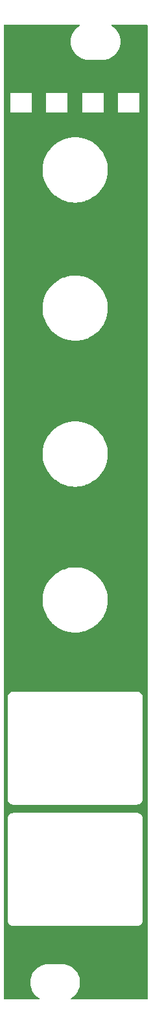
<source format=gbr>
%TF.GenerationSoftware,KiCad,Pcbnew,(6.0.11)*%
%TF.CreationDate,2023-03-11T14:34:30+00:00*%
%TF.ProjectId,QuadEnv_Panel,51756164-456e-4765-9f50-616e656c2e6b,rev?*%
%TF.SameCoordinates,Original*%
%TF.FileFunction,Copper,L1,Top*%
%TF.FilePolarity,Positive*%
%FSLAX46Y46*%
G04 Gerber Fmt 4.6, Leading zero omitted, Abs format (unit mm)*
G04 Created by KiCad (PCBNEW (6.0.11)) date 2023-03-11 14:34:30*
%MOMM*%
%LPD*%
G01*
G04 APERTURE LIST*
G04 APERTURE END LIST*
%TA.AperFunction,NonConductor*%
G36*
X59968582Y-35070502D02*
G01*
X60015075Y-35124158D01*
X60025179Y-35194432D01*
X59995685Y-35259012D01*
X59970463Y-35281265D01*
X59749467Y-35428929D01*
X59749462Y-35428933D01*
X59746036Y-35431222D01*
X59742942Y-35433936D01*
X59742936Y-35433940D01*
X59517469Y-35631671D01*
X59514380Y-35634380D01*
X59511671Y-35637469D01*
X59313940Y-35862936D01*
X59313936Y-35862942D01*
X59311222Y-35866036D01*
X59140040Y-36122228D01*
X59003762Y-36398573D01*
X58904720Y-36690341D01*
X58844609Y-36992540D01*
X58824457Y-37300000D01*
X58844609Y-37607460D01*
X58904720Y-37909659D01*
X59003762Y-38201427D01*
X59140040Y-38477771D01*
X59311222Y-38733964D01*
X59313936Y-38737058D01*
X59313940Y-38737064D01*
X59511671Y-38962531D01*
X59514380Y-38965620D01*
X59517469Y-38968329D01*
X59742936Y-39166060D01*
X59742942Y-39166064D01*
X59746036Y-39168778D01*
X60002229Y-39339960D01*
X60005928Y-39341784D01*
X60005933Y-39341787D01*
X60147962Y-39411828D01*
X60278573Y-39476238D01*
X60282478Y-39477564D01*
X60282479Y-39477564D01*
X60566434Y-39573954D01*
X60566437Y-39573955D01*
X60570341Y-39575280D01*
X60574380Y-39576083D01*
X60574386Y-39576085D01*
X60868497Y-39634587D01*
X60868500Y-39634587D01*
X60872540Y-39635391D01*
X60876651Y-39635660D01*
X60876655Y-39635661D01*
X61101010Y-39650366D01*
X61101019Y-39650366D01*
X61103059Y-39650500D01*
X63056941Y-39650500D01*
X63058981Y-39650366D01*
X63058990Y-39650366D01*
X63283345Y-39635661D01*
X63283349Y-39635660D01*
X63287460Y-39635391D01*
X63291500Y-39634587D01*
X63291503Y-39634587D01*
X63585614Y-39576085D01*
X63585620Y-39576083D01*
X63589659Y-39575280D01*
X63593563Y-39573955D01*
X63593566Y-39573954D01*
X63877521Y-39477564D01*
X63877522Y-39477564D01*
X63881427Y-39476238D01*
X64012038Y-39411828D01*
X64154067Y-39341787D01*
X64154072Y-39341784D01*
X64157771Y-39339960D01*
X64413964Y-39168778D01*
X64417058Y-39166064D01*
X64417064Y-39166060D01*
X64642531Y-38968329D01*
X64645620Y-38965620D01*
X64648329Y-38962531D01*
X64846060Y-38737064D01*
X64846064Y-38737058D01*
X64848778Y-38733964D01*
X65019960Y-38477772D01*
X65156238Y-38201427D01*
X65255280Y-37909659D01*
X65315391Y-37607460D01*
X65335543Y-37300000D01*
X65315391Y-36992540D01*
X65255280Y-36690341D01*
X65156238Y-36398573D01*
X65019960Y-36122229D01*
X64848778Y-35866036D01*
X64846064Y-35862942D01*
X64846060Y-35862936D01*
X64648329Y-35637469D01*
X64645620Y-35634380D01*
X64642531Y-35631671D01*
X64417064Y-35433940D01*
X64417058Y-35433936D01*
X64413964Y-35431222D01*
X64410538Y-35428933D01*
X64410533Y-35428929D01*
X64189537Y-35281265D01*
X64144009Y-35226788D01*
X64135161Y-35156345D01*
X64165802Y-35092301D01*
X64226204Y-35054990D01*
X64259539Y-35050500D01*
X68723500Y-35050500D01*
X68791621Y-35070502D01*
X68838114Y-35124158D01*
X68849500Y-35176500D01*
X68849500Y-161923500D01*
X68829498Y-161991621D01*
X68775842Y-162038114D01*
X68723500Y-162049500D01*
X58959539Y-162049500D01*
X58891418Y-162029498D01*
X58844925Y-161975842D01*
X58834821Y-161905568D01*
X58864315Y-161840988D01*
X58889537Y-161818735D01*
X59110533Y-161671071D01*
X59110538Y-161671067D01*
X59113964Y-161668778D01*
X59117058Y-161666064D01*
X59117064Y-161666060D01*
X59342531Y-161468329D01*
X59345620Y-161465620D01*
X59348329Y-161462531D01*
X59546060Y-161237064D01*
X59546064Y-161237058D01*
X59548778Y-161233964D01*
X59719960Y-160977772D01*
X59856238Y-160701427D01*
X59955280Y-160409659D01*
X60015391Y-160107460D01*
X60035543Y-159800000D01*
X60015391Y-159492540D01*
X59955280Y-159190341D01*
X59856238Y-158898573D01*
X59719960Y-158622229D01*
X59548778Y-158366036D01*
X59546064Y-158362942D01*
X59546060Y-158362936D01*
X59348329Y-158137469D01*
X59345620Y-158134380D01*
X59342531Y-158131671D01*
X59117064Y-157933940D01*
X59117058Y-157933936D01*
X59113964Y-157931222D01*
X58857771Y-157760040D01*
X58854072Y-157758216D01*
X58854067Y-157758213D01*
X58712038Y-157688172D01*
X58581427Y-157623762D01*
X58577521Y-157622436D01*
X58293566Y-157526046D01*
X58293563Y-157526045D01*
X58289659Y-157524720D01*
X58285620Y-157523917D01*
X58285614Y-157523915D01*
X57991503Y-157465413D01*
X57991500Y-157465413D01*
X57987460Y-157464609D01*
X57983349Y-157464340D01*
X57983345Y-157464339D01*
X57758990Y-157449634D01*
X57758981Y-157449634D01*
X57756941Y-157449500D01*
X55803059Y-157449500D01*
X55801019Y-157449634D01*
X55801010Y-157449634D01*
X55576655Y-157464339D01*
X55576651Y-157464340D01*
X55572540Y-157464609D01*
X55568500Y-157465413D01*
X55568497Y-157465413D01*
X55274386Y-157523915D01*
X55274380Y-157523917D01*
X55270341Y-157524720D01*
X55266437Y-157526045D01*
X55266434Y-157526046D01*
X54982479Y-157622436D01*
X54978573Y-157623762D01*
X54847962Y-157688172D01*
X54705933Y-157758213D01*
X54705928Y-157758216D01*
X54702229Y-157760040D01*
X54446036Y-157931222D01*
X54442942Y-157933936D01*
X54442936Y-157933940D01*
X54217469Y-158131671D01*
X54214380Y-158134380D01*
X54211671Y-158137469D01*
X54013940Y-158362936D01*
X54013936Y-158362942D01*
X54011222Y-158366036D01*
X53840040Y-158622228D01*
X53703762Y-158898573D01*
X53604720Y-159190341D01*
X53544609Y-159492540D01*
X53524457Y-159800000D01*
X53544609Y-160107460D01*
X53604720Y-160409659D01*
X53703762Y-160701427D01*
X53840040Y-160977771D01*
X54011222Y-161233964D01*
X54013936Y-161237058D01*
X54013940Y-161237064D01*
X54211671Y-161462531D01*
X54214380Y-161465620D01*
X54217469Y-161468329D01*
X54442936Y-161666060D01*
X54442942Y-161666064D01*
X54446036Y-161668778D01*
X54449462Y-161671067D01*
X54449467Y-161671071D01*
X54670463Y-161818735D01*
X54715991Y-161873212D01*
X54724839Y-161943655D01*
X54694198Y-162007699D01*
X54633796Y-162045010D01*
X54600461Y-162049500D01*
X50176500Y-162049500D01*
X50108379Y-162029498D01*
X50061886Y-161975842D01*
X50050500Y-161923500D01*
X50050500Y-151745862D01*
X50580497Y-151745862D01*
X50581737Y-151753077D01*
X50581737Y-151753080D01*
X50591299Y-151808724D01*
X50592271Y-151815473D01*
X50599657Y-151878828D01*
X50602155Y-151885709D01*
X50602821Y-151887544D01*
X50608563Y-151909200D01*
X50608893Y-151911122D01*
X50608894Y-151911127D01*
X50610134Y-151918340D01*
X50613000Y-151925076D01*
X50613002Y-151925082D01*
X50635109Y-151977036D01*
X50637608Y-151983379D01*
X50659369Y-152043331D01*
X50663383Y-152049454D01*
X50663386Y-152049459D01*
X50664458Y-152051095D01*
X50675023Y-152070838D01*
X50678654Y-152079373D01*
X50682992Y-152085268D01*
X50682994Y-152085271D01*
X50716465Y-152130753D01*
X50720352Y-152136345D01*
X50755323Y-152189685D01*
X50760634Y-152194716D01*
X50760638Y-152194721D01*
X50762058Y-152196066D01*
X50776888Y-152212858D01*
X50778042Y-152214427D01*
X50778048Y-152214434D01*
X50782383Y-152220324D01*
X50787957Y-152225059D01*
X50787963Y-152225066D01*
X50830987Y-152261618D01*
X50836059Y-152266168D01*
X50839870Y-152269778D01*
X50882372Y-152310040D01*
X50890401Y-152314703D01*
X50908695Y-152327634D01*
X50915755Y-152333632D01*
X50922277Y-152336962D01*
X50922278Y-152336963D01*
X50972549Y-152362632D01*
X50978532Y-152365893D01*
X51033702Y-152397939D01*
X51040708Y-152400061D01*
X51042577Y-152400627D01*
X51063351Y-152408999D01*
X51071616Y-152413219D01*
X51097835Y-152419634D01*
X51133574Y-152428380D01*
X51140149Y-152430179D01*
X51194185Y-152446545D01*
X51194189Y-152446546D01*
X51201193Y-152448667D01*
X51210071Y-152449218D01*
X51210457Y-152449242D01*
X51232586Y-152452609D01*
X51236151Y-152453481D01*
X51236158Y-152453482D01*
X51241606Y-152454815D01*
X51248923Y-152455269D01*
X51250709Y-152455380D01*
X51250718Y-152455380D01*
X51252648Y-152455500D01*
X51307435Y-152455500D01*
X51315237Y-152455742D01*
X51375862Y-152459503D01*
X51383078Y-152458263D01*
X51383079Y-152458263D01*
X51384947Y-152457942D01*
X51388568Y-152457320D01*
X51409904Y-152455500D01*
X67437435Y-152455500D01*
X67445237Y-152455742D01*
X67505862Y-152459503D01*
X67513077Y-152458263D01*
X67513080Y-152458263D01*
X67568724Y-152448701D01*
X67575473Y-152447729D01*
X67631554Y-152441191D01*
X67638828Y-152440343D01*
X67647548Y-152437178D01*
X67669200Y-152431437D01*
X67671122Y-152431107D01*
X67671127Y-152431106D01*
X67678340Y-152429866D01*
X67685076Y-152427000D01*
X67685082Y-152426998D01*
X67737036Y-152404891D01*
X67743380Y-152402392D01*
X67796450Y-152383129D01*
X67796452Y-152383128D01*
X67803331Y-152380631D01*
X67809454Y-152376617D01*
X67809459Y-152376614D01*
X67811095Y-152375542D01*
X67830839Y-152364977D01*
X67832638Y-152364212D01*
X67832640Y-152364211D01*
X67839373Y-152361346D01*
X67845268Y-152357008D01*
X67845271Y-152357006D01*
X67890753Y-152323535D01*
X67896351Y-152319644D01*
X67943566Y-152288689D01*
X67943567Y-152288688D01*
X67949685Y-152284677D01*
X67954716Y-152279366D01*
X67954721Y-152279362D01*
X67956066Y-152277942D01*
X67972858Y-152263112D01*
X67974427Y-152261958D01*
X67974434Y-152261952D01*
X67980324Y-152257617D01*
X67985059Y-152252043D01*
X67985066Y-152252037D01*
X68021618Y-152209013D01*
X68026168Y-152203941D01*
X68065006Y-152162942D01*
X68070040Y-152157628D01*
X68074703Y-152149599D01*
X68087634Y-152131305D01*
X68088889Y-152129828D01*
X68088890Y-152129827D01*
X68093632Y-152124245D01*
X68122634Y-152067447D01*
X68125895Y-152061465D01*
X68154263Y-152012627D01*
X68154264Y-152012626D01*
X68157939Y-152006298D01*
X68160627Y-151997422D01*
X68168999Y-151976649D01*
X68173219Y-151968384D01*
X68183815Y-151925082D01*
X68188380Y-151906426D01*
X68190179Y-151899851D01*
X68206545Y-151845815D01*
X68206546Y-151845811D01*
X68208667Y-151838807D01*
X68209242Y-151829543D01*
X68212609Y-151807414D01*
X68213481Y-151803849D01*
X68213482Y-151803842D01*
X68214815Y-151798394D01*
X68215500Y-151787352D01*
X68215500Y-151732565D01*
X68215742Y-151724763D01*
X68219049Y-151671449D01*
X68219503Y-151664138D01*
X68217320Y-151651432D01*
X68215500Y-151630096D01*
X68215500Y-138522565D01*
X68215742Y-138514763D01*
X68219049Y-138461449D01*
X68219503Y-138454138D01*
X68212374Y-138412648D01*
X68208701Y-138391276D01*
X68207729Y-138384527D01*
X68201191Y-138328446D01*
X68200343Y-138321172D01*
X68197178Y-138312452D01*
X68191437Y-138290800D01*
X68191107Y-138288878D01*
X68191106Y-138288873D01*
X68189866Y-138281660D01*
X68187000Y-138274924D01*
X68186998Y-138274918D01*
X68164891Y-138222964D01*
X68162392Y-138216620D01*
X68143129Y-138163550D01*
X68143128Y-138163548D01*
X68140631Y-138156669D01*
X68136617Y-138150546D01*
X68136614Y-138150541D01*
X68135542Y-138148905D01*
X68124977Y-138129161D01*
X68124212Y-138127362D01*
X68124211Y-138127360D01*
X68121346Y-138120627D01*
X68117006Y-138114729D01*
X68083535Y-138069247D01*
X68079644Y-138063649D01*
X68048689Y-138016434D01*
X68048688Y-138016433D01*
X68044677Y-138010315D01*
X68039366Y-138005284D01*
X68039362Y-138005279D01*
X68037942Y-138003934D01*
X68023112Y-137987142D01*
X68021958Y-137985573D01*
X68021952Y-137985566D01*
X68017617Y-137979676D01*
X68012043Y-137974941D01*
X68012037Y-137974934D01*
X67969013Y-137938382D01*
X67963941Y-137933832D01*
X67922942Y-137894994D01*
X67917628Y-137889960D01*
X67909599Y-137885297D01*
X67891305Y-137872366D01*
X67889828Y-137871111D01*
X67889827Y-137871110D01*
X67884245Y-137866368D01*
X67827447Y-137837366D01*
X67821465Y-137834105D01*
X67772627Y-137805737D01*
X67772626Y-137805736D01*
X67766298Y-137802061D01*
X67757422Y-137799373D01*
X67736649Y-137791001D01*
X67728384Y-137786781D01*
X67702165Y-137780366D01*
X67666426Y-137771620D01*
X67659851Y-137769821D01*
X67605815Y-137753455D01*
X67605811Y-137753454D01*
X67598807Y-137751333D01*
X67589929Y-137750782D01*
X67589543Y-137750758D01*
X67567414Y-137747391D01*
X67563849Y-137746519D01*
X67563842Y-137746518D01*
X67558394Y-137745185D01*
X67551077Y-137744731D01*
X67549291Y-137744620D01*
X67549282Y-137744620D01*
X67547352Y-137744500D01*
X67492565Y-137744500D01*
X67484763Y-137744258D01*
X67424138Y-137740497D01*
X67416922Y-137741737D01*
X67416921Y-137741737D01*
X67415053Y-137742058D01*
X67411432Y-137742680D01*
X67390096Y-137744500D01*
X51362565Y-137744500D01*
X51354763Y-137744258D01*
X51294138Y-137740497D01*
X51286923Y-137741737D01*
X51286920Y-137741737D01*
X51231276Y-137751299D01*
X51224526Y-137752271D01*
X51161172Y-137759657D01*
X51152452Y-137762822D01*
X51130800Y-137768563D01*
X51128878Y-137768893D01*
X51128873Y-137768894D01*
X51121660Y-137770134D01*
X51114924Y-137773000D01*
X51114918Y-137773002D01*
X51062964Y-137795109D01*
X51056620Y-137797608D01*
X51003550Y-137816871D01*
X51003548Y-137816872D01*
X50996669Y-137819369D01*
X50990546Y-137823383D01*
X50990541Y-137823386D01*
X50988905Y-137824458D01*
X50969161Y-137835023D01*
X50967362Y-137835788D01*
X50967360Y-137835789D01*
X50960627Y-137838654D01*
X50954732Y-137842992D01*
X50954729Y-137842994D01*
X50909247Y-137876465D01*
X50903655Y-137880352D01*
X50850315Y-137915323D01*
X50845284Y-137920634D01*
X50845279Y-137920638D01*
X50843934Y-137922058D01*
X50827142Y-137936888D01*
X50825573Y-137938042D01*
X50825566Y-137938048D01*
X50819676Y-137942383D01*
X50814941Y-137947957D01*
X50814934Y-137947963D01*
X50778382Y-137990987D01*
X50773832Y-137996059D01*
X50754531Y-138016434D01*
X50729960Y-138042372D01*
X50725297Y-138050401D01*
X50712366Y-138068695D01*
X50706368Y-138075755D01*
X50680017Y-138127362D01*
X50677368Y-138132549D01*
X50674107Y-138138532D01*
X50642061Y-138193702D01*
X50639939Y-138200708D01*
X50639373Y-138202577D01*
X50631001Y-138223351D01*
X50626781Y-138231616D01*
X50625040Y-138238732D01*
X50611620Y-138293574D01*
X50609821Y-138300149D01*
X50593455Y-138354185D01*
X50593454Y-138354189D01*
X50591333Y-138361193D01*
X50590880Y-138368497D01*
X50590758Y-138370457D01*
X50587391Y-138392586D01*
X50586519Y-138396151D01*
X50586518Y-138396158D01*
X50585185Y-138401606D01*
X50584500Y-138412648D01*
X50584500Y-138467435D01*
X50584258Y-138475237D01*
X50580497Y-138535862D01*
X50581737Y-138543078D01*
X50581737Y-138543079D01*
X50582680Y-138548565D01*
X50584500Y-138569904D01*
X50584500Y-151677435D01*
X50584258Y-151685237D01*
X50580497Y-151745862D01*
X50050500Y-151745862D01*
X50050500Y-135945862D01*
X50580497Y-135945862D01*
X50581737Y-135953077D01*
X50581737Y-135953080D01*
X50591299Y-136008724D01*
X50592271Y-136015473D01*
X50599657Y-136078828D01*
X50602155Y-136085709D01*
X50602821Y-136087544D01*
X50608563Y-136109200D01*
X50608893Y-136111122D01*
X50608894Y-136111127D01*
X50610134Y-136118340D01*
X50613000Y-136125076D01*
X50613002Y-136125082D01*
X50635109Y-136177036D01*
X50637608Y-136183379D01*
X50659369Y-136243331D01*
X50663383Y-136249454D01*
X50663386Y-136249459D01*
X50664458Y-136251095D01*
X50675023Y-136270838D01*
X50678654Y-136279373D01*
X50682992Y-136285268D01*
X50682994Y-136285271D01*
X50716465Y-136330753D01*
X50720352Y-136336345D01*
X50755323Y-136389685D01*
X50760634Y-136394716D01*
X50760638Y-136394721D01*
X50762058Y-136396066D01*
X50776888Y-136412858D01*
X50778042Y-136414427D01*
X50778048Y-136414434D01*
X50782383Y-136420324D01*
X50787957Y-136425059D01*
X50787963Y-136425066D01*
X50830987Y-136461618D01*
X50836059Y-136466168D01*
X50839870Y-136469778D01*
X50882372Y-136510040D01*
X50890401Y-136514703D01*
X50908695Y-136527634D01*
X50915755Y-136533632D01*
X50922277Y-136536962D01*
X50922278Y-136536963D01*
X50972549Y-136562632D01*
X50978532Y-136565893D01*
X51033702Y-136597939D01*
X51040708Y-136600061D01*
X51042577Y-136600627D01*
X51063351Y-136608999D01*
X51071616Y-136613219D01*
X51097835Y-136619634D01*
X51133574Y-136628380D01*
X51140149Y-136630179D01*
X51194185Y-136646545D01*
X51194189Y-136646546D01*
X51201193Y-136648667D01*
X51210071Y-136649218D01*
X51210457Y-136649242D01*
X51232586Y-136652609D01*
X51236151Y-136653481D01*
X51236158Y-136653482D01*
X51241606Y-136654815D01*
X51248923Y-136655269D01*
X51250709Y-136655380D01*
X51250718Y-136655380D01*
X51252648Y-136655500D01*
X51307435Y-136655500D01*
X51315237Y-136655742D01*
X51375862Y-136659503D01*
X51383078Y-136658263D01*
X51383079Y-136658263D01*
X51384947Y-136657942D01*
X51388568Y-136657320D01*
X51409904Y-136655500D01*
X67437435Y-136655500D01*
X67445237Y-136655742D01*
X67505862Y-136659503D01*
X67513077Y-136658263D01*
X67513080Y-136658263D01*
X67568724Y-136648701D01*
X67575473Y-136647729D01*
X67631554Y-136641191D01*
X67638828Y-136640343D01*
X67647548Y-136637178D01*
X67669200Y-136631437D01*
X67671122Y-136631107D01*
X67671127Y-136631106D01*
X67678340Y-136629866D01*
X67685076Y-136627000D01*
X67685082Y-136626998D01*
X67737036Y-136604891D01*
X67743380Y-136602392D01*
X67796450Y-136583129D01*
X67796452Y-136583128D01*
X67803331Y-136580631D01*
X67809454Y-136576617D01*
X67809459Y-136576614D01*
X67811095Y-136575542D01*
X67830839Y-136564977D01*
X67832638Y-136564212D01*
X67832640Y-136564211D01*
X67839373Y-136561346D01*
X67845268Y-136557008D01*
X67845271Y-136557006D01*
X67890753Y-136523535D01*
X67896351Y-136519644D01*
X67943566Y-136488689D01*
X67943567Y-136488688D01*
X67949685Y-136484677D01*
X67954716Y-136479366D01*
X67954721Y-136479362D01*
X67956066Y-136477942D01*
X67972858Y-136463112D01*
X67974427Y-136461958D01*
X67974434Y-136461952D01*
X67980324Y-136457617D01*
X67985059Y-136452043D01*
X67985066Y-136452037D01*
X68021618Y-136409013D01*
X68026168Y-136403941D01*
X68065006Y-136362942D01*
X68070040Y-136357628D01*
X68074703Y-136349599D01*
X68087634Y-136331305D01*
X68088889Y-136329828D01*
X68088890Y-136329827D01*
X68093632Y-136324245D01*
X68122634Y-136267447D01*
X68125895Y-136261465D01*
X68154263Y-136212627D01*
X68154264Y-136212626D01*
X68157939Y-136206298D01*
X68160627Y-136197422D01*
X68168999Y-136176649D01*
X68173219Y-136168384D01*
X68183815Y-136125082D01*
X68188380Y-136106426D01*
X68190179Y-136099851D01*
X68206545Y-136045815D01*
X68206546Y-136045811D01*
X68208667Y-136038807D01*
X68209242Y-136029543D01*
X68212609Y-136007414D01*
X68213481Y-136003849D01*
X68213482Y-136003842D01*
X68214815Y-135998394D01*
X68215500Y-135987352D01*
X68215500Y-135932565D01*
X68215742Y-135924763D01*
X68219049Y-135871449D01*
X68219503Y-135864138D01*
X68217320Y-135851432D01*
X68215500Y-135830096D01*
X68215500Y-122722565D01*
X68215742Y-122714763D01*
X68219049Y-122661449D01*
X68219503Y-122654138D01*
X68212374Y-122612648D01*
X68208701Y-122591276D01*
X68207729Y-122584527D01*
X68201191Y-122528446D01*
X68200343Y-122521172D01*
X68197178Y-122512452D01*
X68191437Y-122490800D01*
X68191107Y-122488878D01*
X68191106Y-122488873D01*
X68189866Y-122481660D01*
X68187000Y-122474924D01*
X68186998Y-122474918D01*
X68164891Y-122422964D01*
X68162392Y-122416620D01*
X68143129Y-122363550D01*
X68143128Y-122363548D01*
X68140631Y-122356669D01*
X68136617Y-122350546D01*
X68136614Y-122350541D01*
X68135542Y-122348905D01*
X68124977Y-122329161D01*
X68124212Y-122327362D01*
X68124211Y-122327360D01*
X68121346Y-122320627D01*
X68117006Y-122314729D01*
X68083535Y-122269247D01*
X68079644Y-122263649D01*
X68048689Y-122216434D01*
X68048688Y-122216433D01*
X68044677Y-122210315D01*
X68039366Y-122205284D01*
X68039362Y-122205279D01*
X68037942Y-122203934D01*
X68023112Y-122187142D01*
X68021958Y-122185573D01*
X68021952Y-122185566D01*
X68017617Y-122179676D01*
X68012043Y-122174941D01*
X68012037Y-122174934D01*
X67969013Y-122138382D01*
X67963941Y-122133832D01*
X67922942Y-122094994D01*
X67917628Y-122089960D01*
X67909599Y-122085297D01*
X67891305Y-122072366D01*
X67889828Y-122071111D01*
X67889827Y-122071110D01*
X67884245Y-122066368D01*
X67827447Y-122037366D01*
X67821465Y-122034105D01*
X67772627Y-122005737D01*
X67772626Y-122005736D01*
X67766298Y-122002061D01*
X67757422Y-121999373D01*
X67736649Y-121991001D01*
X67728384Y-121986781D01*
X67702165Y-121980366D01*
X67666426Y-121971620D01*
X67659851Y-121969821D01*
X67605815Y-121953455D01*
X67605811Y-121953454D01*
X67598807Y-121951333D01*
X67589929Y-121950782D01*
X67589543Y-121950758D01*
X67567414Y-121947391D01*
X67563849Y-121946519D01*
X67563842Y-121946518D01*
X67558394Y-121945185D01*
X67551077Y-121944731D01*
X67549291Y-121944620D01*
X67549282Y-121944620D01*
X67547352Y-121944500D01*
X67492565Y-121944500D01*
X67484763Y-121944258D01*
X67424138Y-121940497D01*
X67416922Y-121941737D01*
X67416921Y-121941737D01*
X67415053Y-121942058D01*
X67411432Y-121942680D01*
X67390096Y-121944500D01*
X51362565Y-121944500D01*
X51354763Y-121944258D01*
X51294138Y-121940497D01*
X51286923Y-121941737D01*
X51286920Y-121941737D01*
X51231276Y-121951299D01*
X51224526Y-121952271D01*
X51161172Y-121959657D01*
X51152452Y-121962822D01*
X51130800Y-121968563D01*
X51128878Y-121968893D01*
X51128873Y-121968894D01*
X51121660Y-121970134D01*
X51114924Y-121973000D01*
X51114918Y-121973002D01*
X51062964Y-121995109D01*
X51056620Y-121997608D01*
X51003550Y-122016871D01*
X51003548Y-122016872D01*
X50996669Y-122019369D01*
X50990546Y-122023383D01*
X50990541Y-122023386D01*
X50988905Y-122024458D01*
X50969161Y-122035023D01*
X50967362Y-122035788D01*
X50967360Y-122035789D01*
X50960627Y-122038654D01*
X50954732Y-122042992D01*
X50954729Y-122042994D01*
X50909247Y-122076465D01*
X50903655Y-122080352D01*
X50850315Y-122115323D01*
X50845284Y-122120634D01*
X50845279Y-122120638D01*
X50843934Y-122122058D01*
X50827142Y-122136888D01*
X50825573Y-122138042D01*
X50825566Y-122138048D01*
X50819676Y-122142383D01*
X50814941Y-122147957D01*
X50814934Y-122147963D01*
X50778382Y-122190987D01*
X50773832Y-122196059D01*
X50754531Y-122216434D01*
X50729960Y-122242372D01*
X50725297Y-122250401D01*
X50712366Y-122268695D01*
X50706368Y-122275755D01*
X50680017Y-122327362D01*
X50677368Y-122332549D01*
X50674107Y-122338532D01*
X50642061Y-122393702D01*
X50639939Y-122400708D01*
X50639373Y-122402577D01*
X50631001Y-122423351D01*
X50626781Y-122431616D01*
X50625040Y-122438732D01*
X50611620Y-122493574D01*
X50609821Y-122500149D01*
X50593455Y-122554185D01*
X50593454Y-122554189D01*
X50591333Y-122561193D01*
X50590880Y-122568497D01*
X50590758Y-122570457D01*
X50587391Y-122592586D01*
X50586519Y-122596151D01*
X50586518Y-122596158D01*
X50585185Y-122601606D01*
X50584500Y-122612648D01*
X50584500Y-122667435D01*
X50584258Y-122675237D01*
X50580497Y-122735862D01*
X50581737Y-122743078D01*
X50581737Y-122743079D01*
X50582680Y-122748565D01*
X50584500Y-122769904D01*
X50584500Y-135877435D01*
X50584258Y-135885237D01*
X50580497Y-135945862D01*
X50050500Y-135945862D01*
X50050500Y-109851486D01*
X55147123Y-109851486D01*
X55152468Y-110259790D01*
X55196923Y-110665702D01*
X55280078Y-111065484D01*
X55401167Y-111455456D01*
X55559076Y-111832027D01*
X55752351Y-112191729D01*
X55979212Y-112531250D01*
X55981111Y-112533574D01*
X55981116Y-112533581D01*
X56167183Y-112761316D01*
X56237570Y-112847465D01*
X56379414Y-112990552D01*
X56522917Y-113135313D01*
X56522924Y-113135320D01*
X56525047Y-113137461D01*
X56527374Y-113139396D01*
X56756989Y-113330365D01*
X56838995Y-113398569D01*
X57176524Y-113628384D01*
X57534525Y-113824790D01*
X57537296Y-113825981D01*
X57537297Y-113825981D01*
X57906921Y-113984784D01*
X57906925Y-113984786D01*
X57909703Y-113985979D01*
X57912586Y-113986902D01*
X57912589Y-113986903D01*
X58295726Y-114109546D01*
X58295731Y-114109547D01*
X58298604Y-114110467D01*
X58301551Y-114111107D01*
X58301559Y-114111109D01*
X58593916Y-114174586D01*
X58697645Y-114197108D01*
X58700636Y-114197462D01*
X59100575Y-114244798D01*
X59100578Y-114244798D01*
X59103153Y-114245103D01*
X59105752Y-114245194D01*
X59105755Y-114245194D01*
X59256577Y-114250461D01*
X59256599Y-114250461D01*
X59257705Y-114250500D01*
X59503451Y-114250500D01*
X59807869Y-114235878D01*
X60079673Y-114196468D01*
X60208983Y-114177719D01*
X60208986Y-114177718D01*
X60211982Y-114177284D01*
X60422369Y-114125803D01*
X60605681Y-114080947D01*
X60605687Y-114080945D01*
X60608618Y-114080228D01*
X60881927Y-113984784D01*
X60991264Y-113946602D01*
X60991268Y-113946601D01*
X60994127Y-113945602D01*
X61364957Y-113774647D01*
X61367569Y-113773124D01*
X61715067Y-113570470D01*
X61715073Y-113570466D01*
X61717695Y-113568937D01*
X62049092Y-113330365D01*
X62269056Y-113137461D01*
X62353827Y-113063119D01*
X62353830Y-113063116D01*
X62356097Y-113061128D01*
X62358163Y-113058932D01*
X62358168Y-113058927D01*
X62633816Y-112765905D01*
X62633822Y-112765898D01*
X62635884Y-112763706D01*
X62885876Y-112440837D01*
X63044738Y-112189056D01*
X63102156Y-112098055D01*
X63102160Y-112098047D01*
X63103772Y-112095493D01*
X63287564Y-111730855D01*
X63435562Y-111350280D01*
X63546402Y-110957272D01*
X63619063Y-110555450D01*
X63652877Y-110148514D01*
X63647532Y-109740210D01*
X63603077Y-109334298D01*
X63519922Y-108934516D01*
X63398833Y-108544544D01*
X63240924Y-108167973D01*
X63047649Y-107808271D01*
X62820788Y-107468750D01*
X62818889Y-107466426D01*
X62818884Y-107466419D01*
X62564338Y-107154870D01*
X62564336Y-107154867D01*
X62562430Y-107152535D01*
X62350623Y-106938872D01*
X62277083Y-106864687D01*
X62277076Y-106864680D01*
X62274953Y-106862539D01*
X62045405Y-106671626D01*
X61963344Y-106603376D01*
X61963340Y-106603373D01*
X61961005Y-106601431D01*
X61623476Y-106371616D01*
X61265475Y-106175210D01*
X60987231Y-106055667D01*
X60893079Y-106015216D01*
X60893075Y-106015214D01*
X60890297Y-106014021D01*
X60887414Y-106013098D01*
X60887411Y-106013097D01*
X60504274Y-105890454D01*
X60504269Y-105890453D01*
X60501396Y-105889533D01*
X60498449Y-105888893D01*
X60498441Y-105888891D01*
X60191655Y-105822281D01*
X60102355Y-105802892D01*
X60075735Y-105799741D01*
X59699425Y-105755202D01*
X59699422Y-105755202D01*
X59696847Y-105754897D01*
X59694248Y-105754806D01*
X59694245Y-105754806D01*
X59543423Y-105749539D01*
X59543401Y-105749539D01*
X59542295Y-105749500D01*
X59296549Y-105749500D01*
X58992131Y-105764122D01*
X58728717Y-105802315D01*
X58591017Y-105822281D01*
X58591014Y-105822282D01*
X58588018Y-105822716D01*
X58377631Y-105874197D01*
X58194319Y-105919053D01*
X58194313Y-105919055D01*
X58191382Y-105919772D01*
X57947493Y-106004942D01*
X57808736Y-106053398D01*
X57808732Y-106053399D01*
X57805873Y-106054398D01*
X57435043Y-106225353D01*
X57432435Y-106226874D01*
X57432431Y-106226876D01*
X57084933Y-106429530D01*
X57084927Y-106429534D01*
X57082305Y-106431063D01*
X56750908Y-106669635D01*
X56748638Y-106671626D01*
X56528495Y-106864687D01*
X56443903Y-106938872D01*
X56441837Y-106941068D01*
X56441832Y-106941073D01*
X56166184Y-107234095D01*
X56166178Y-107234102D01*
X56164116Y-107236294D01*
X55914124Y-107559163D01*
X55786325Y-107761712D01*
X55697844Y-107901945D01*
X55697840Y-107901953D01*
X55696228Y-107904507D01*
X55512436Y-108269145D01*
X55364438Y-108649720D01*
X55253598Y-109042728D01*
X55180937Y-109444550D01*
X55147123Y-109851486D01*
X50050500Y-109851486D01*
X50050500Y-90851486D01*
X55147123Y-90851486D01*
X55152468Y-91259790D01*
X55196923Y-91665702D01*
X55280078Y-92065484D01*
X55401167Y-92455456D01*
X55559076Y-92832027D01*
X55752351Y-93191729D01*
X55979212Y-93531250D01*
X55981111Y-93533574D01*
X55981116Y-93533581D01*
X56167183Y-93761316D01*
X56237570Y-93847465D01*
X56379414Y-93990552D01*
X56522917Y-94135313D01*
X56522924Y-94135320D01*
X56525047Y-94137461D01*
X56527374Y-94139396D01*
X56756989Y-94330365D01*
X56838995Y-94398569D01*
X57176524Y-94628384D01*
X57534525Y-94824790D01*
X57537296Y-94825981D01*
X57537297Y-94825981D01*
X57906921Y-94984784D01*
X57906925Y-94984786D01*
X57909703Y-94985979D01*
X57912586Y-94986902D01*
X57912589Y-94986903D01*
X58295726Y-95109546D01*
X58295731Y-95109547D01*
X58298604Y-95110467D01*
X58301551Y-95111107D01*
X58301559Y-95111109D01*
X58593916Y-95174586D01*
X58697645Y-95197108D01*
X58700636Y-95197462D01*
X59100575Y-95244798D01*
X59100578Y-95244798D01*
X59103153Y-95245103D01*
X59105752Y-95245194D01*
X59105755Y-95245194D01*
X59256577Y-95250461D01*
X59256599Y-95250461D01*
X59257705Y-95250500D01*
X59503451Y-95250500D01*
X59807869Y-95235878D01*
X60079673Y-95196468D01*
X60208983Y-95177719D01*
X60208986Y-95177718D01*
X60211982Y-95177284D01*
X60422369Y-95125803D01*
X60605681Y-95080947D01*
X60605687Y-95080945D01*
X60608618Y-95080228D01*
X60881927Y-94984784D01*
X60991264Y-94946602D01*
X60991268Y-94946601D01*
X60994127Y-94945602D01*
X61364957Y-94774647D01*
X61367569Y-94773124D01*
X61715067Y-94570470D01*
X61715073Y-94570466D01*
X61717695Y-94568937D01*
X62049092Y-94330365D01*
X62269056Y-94137461D01*
X62353827Y-94063119D01*
X62353830Y-94063116D01*
X62356097Y-94061128D01*
X62358163Y-94058932D01*
X62358168Y-94058927D01*
X62633816Y-93765905D01*
X62633822Y-93765898D01*
X62635884Y-93763706D01*
X62885876Y-93440837D01*
X63044738Y-93189056D01*
X63102156Y-93098055D01*
X63102160Y-93098047D01*
X63103772Y-93095493D01*
X63287564Y-92730855D01*
X63435562Y-92350280D01*
X63546402Y-91957272D01*
X63619063Y-91555450D01*
X63652877Y-91148514D01*
X63647532Y-90740210D01*
X63603077Y-90334298D01*
X63519922Y-89934516D01*
X63398833Y-89544544D01*
X63240924Y-89167973D01*
X63047649Y-88808271D01*
X62820788Y-88468750D01*
X62818889Y-88466426D01*
X62818884Y-88466419D01*
X62564338Y-88154870D01*
X62564336Y-88154867D01*
X62562430Y-88152535D01*
X62350623Y-87938872D01*
X62277083Y-87864687D01*
X62277076Y-87864680D01*
X62274953Y-87862539D01*
X62045405Y-87671626D01*
X61963344Y-87603376D01*
X61963340Y-87603373D01*
X61961005Y-87601431D01*
X61623476Y-87371616D01*
X61265475Y-87175210D01*
X60987231Y-87055667D01*
X60893079Y-87015216D01*
X60893075Y-87015214D01*
X60890297Y-87014021D01*
X60887414Y-87013098D01*
X60887411Y-87013097D01*
X60504274Y-86890454D01*
X60504269Y-86890453D01*
X60501396Y-86889533D01*
X60498449Y-86888893D01*
X60498441Y-86888891D01*
X60191655Y-86822281D01*
X60102355Y-86802892D01*
X60075735Y-86799741D01*
X59699425Y-86755202D01*
X59699422Y-86755202D01*
X59696847Y-86754897D01*
X59694248Y-86754806D01*
X59694245Y-86754806D01*
X59543423Y-86749539D01*
X59543401Y-86749539D01*
X59542295Y-86749500D01*
X59296549Y-86749500D01*
X58992131Y-86764122D01*
X58728717Y-86802315D01*
X58591017Y-86822281D01*
X58591014Y-86822282D01*
X58588018Y-86822716D01*
X58377631Y-86874197D01*
X58194319Y-86919053D01*
X58194313Y-86919055D01*
X58191382Y-86919772D01*
X57947493Y-87004942D01*
X57808736Y-87053398D01*
X57808732Y-87053399D01*
X57805873Y-87054398D01*
X57435043Y-87225353D01*
X57432435Y-87226874D01*
X57432431Y-87226876D01*
X57084933Y-87429530D01*
X57084927Y-87429534D01*
X57082305Y-87431063D01*
X56750908Y-87669635D01*
X56748638Y-87671626D01*
X56528495Y-87864687D01*
X56443903Y-87938872D01*
X56441837Y-87941068D01*
X56441832Y-87941073D01*
X56166184Y-88234095D01*
X56166178Y-88234102D01*
X56164116Y-88236294D01*
X55914124Y-88559163D01*
X55786325Y-88761712D01*
X55697844Y-88901945D01*
X55697840Y-88901953D01*
X55696228Y-88904507D01*
X55512436Y-89269145D01*
X55364438Y-89649720D01*
X55253598Y-90042728D01*
X55180937Y-90444550D01*
X55147123Y-90851486D01*
X50050500Y-90851486D01*
X50050500Y-71851486D01*
X55147123Y-71851486D01*
X55152468Y-72259790D01*
X55196923Y-72665702D01*
X55280078Y-73065484D01*
X55401167Y-73455456D01*
X55559076Y-73832027D01*
X55752351Y-74191729D01*
X55979212Y-74531250D01*
X55981111Y-74533574D01*
X55981116Y-74533581D01*
X56167183Y-74761316D01*
X56237570Y-74847465D01*
X56379414Y-74990552D01*
X56522917Y-75135313D01*
X56522924Y-75135320D01*
X56525047Y-75137461D01*
X56527374Y-75139396D01*
X56756989Y-75330365D01*
X56838995Y-75398569D01*
X57176524Y-75628384D01*
X57534525Y-75824790D01*
X57537296Y-75825981D01*
X57537297Y-75825981D01*
X57906921Y-75984784D01*
X57906925Y-75984786D01*
X57909703Y-75985979D01*
X57912586Y-75986902D01*
X57912589Y-75986903D01*
X58295726Y-76109546D01*
X58295731Y-76109547D01*
X58298604Y-76110467D01*
X58301551Y-76111107D01*
X58301559Y-76111109D01*
X58593916Y-76174586D01*
X58697645Y-76197108D01*
X58700636Y-76197462D01*
X59100575Y-76244798D01*
X59100578Y-76244798D01*
X59103153Y-76245103D01*
X59105752Y-76245194D01*
X59105755Y-76245194D01*
X59256577Y-76250461D01*
X59256599Y-76250461D01*
X59257705Y-76250500D01*
X59503451Y-76250500D01*
X59807869Y-76235878D01*
X60079673Y-76196468D01*
X60208983Y-76177719D01*
X60208986Y-76177718D01*
X60211982Y-76177284D01*
X60422369Y-76125803D01*
X60605681Y-76080947D01*
X60605687Y-76080945D01*
X60608618Y-76080228D01*
X60881927Y-75984784D01*
X60991264Y-75946602D01*
X60991268Y-75946601D01*
X60994127Y-75945602D01*
X61364957Y-75774647D01*
X61367569Y-75773124D01*
X61715067Y-75570470D01*
X61715073Y-75570466D01*
X61717695Y-75568937D01*
X62049092Y-75330365D01*
X62269056Y-75137461D01*
X62353827Y-75063119D01*
X62353830Y-75063116D01*
X62356097Y-75061128D01*
X62358163Y-75058932D01*
X62358168Y-75058927D01*
X62633816Y-74765905D01*
X62633822Y-74765898D01*
X62635884Y-74763706D01*
X62885876Y-74440837D01*
X63044738Y-74189056D01*
X63102156Y-74098055D01*
X63102160Y-74098047D01*
X63103772Y-74095493D01*
X63287564Y-73730855D01*
X63435562Y-73350280D01*
X63546402Y-72957272D01*
X63619063Y-72555450D01*
X63652877Y-72148514D01*
X63647532Y-71740210D01*
X63603077Y-71334298D01*
X63519922Y-70934516D01*
X63398833Y-70544544D01*
X63240924Y-70167973D01*
X63047649Y-69808271D01*
X62820788Y-69468750D01*
X62818889Y-69466426D01*
X62818884Y-69466419D01*
X62564338Y-69154870D01*
X62564336Y-69154867D01*
X62562430Y-69152535D01*
X62350623Y-68938872D01*
X62277083Y-68864687D01*
X62277076Y-68864680D01*
X62274953Y-68862539D01*
X62045405Y-68671626D01*
X61963344Y-68603376D01*
X61963340Y-68603373D01*
X61961005Y-68601431D01*
X61623476Y-68371616D01*
X61265475Y-68175210D01*
X60987231Y-68055667D01*
X60893079Y-68015216D01*
X60893075Y-68015214D01*
X60890297Y-68014021D01*
X60887414Y-68013098D01*
X60887411Y-68013097D01*
X60504274Y-67890454D01*
X60504269Y-67890453D01*
X60501396Y-67889533D01*
X60498449Y-67888893D01*
X60498441Y-67888891D01*
X60191655Y-67822281D01*
X60102355Y-67802892D01*
X60075735Y-67799741D01*
X59699425Y-67755202D01*
X59699422Y-67755202D01*
X59696847Y-67754897D01*
X59694248Y-67754806D01*
X59694245Y-67754806D01*
X59543423Y-67749539D01*
X59543401Y-67749539D01*
X59542295Y-67749500D01*
X59296549Y-67749500D01*
X58992131Y-67764122D01*
X58728717Y-67802315D01*
X58591017Y-67822281D01*
X58591014Y-67822282D01*
X58588018Y-67822716D01*
X58377631Y-67874197D01*
X58194319Y-67919053D01*
X58194313Y-67919055D01*
X58191382Y-67919772D01*
X57947493Y-68004942D01*
X57808736Y-68053398D01*
X57808732Y-68053399D01*
X57805873Y-68054398D01*
X57435043Y-68225353D01*
X57432435Y-68226874D01*
X57432431Y-68226876D01*
X57084933Y-68429530D01*
X57084927Y-68429534D01*
X57082305Y-68431063D01*
X56750908Y-68669635D01*
X56748638Y-68671626D01*
X56528495Y-68864687D01*
X56443903Y-68938872D01*
X56441837Y-68941068D01*
X56441832Y-68941073D01*
X56166184Y-69234095D01*
X56166178Y-69234102D01*
X56164116Y-69236294D01*
X55914124Y-69559163D01*
X55786325Y-69761712D01*
X55697844Y-69901945D01*
X55697840Y-69901953D01*
X55696228Y-69904507D01*
X55512436Y-70269145D01*
X55364438Y-70649720D01*
X55253598Y-71042728D01*
X55180937Y-71444550D01*
X55147123Y-71851486D01*
X50050500Y-71851486D01*
X50050500Y-53851486D01*
X55147123Y-53851486D01*
X55152468Y-54259790D01*
X55196923Y-54665702D01*
X55280078Y-55065484D01*
X55401167Y-55455456D01*
X55559076Y-55832027D01*
X55752351Y-56191729D01*
X55979212Y-56531250D01*
X55981111Y-56533574D01*
X55981116Y-56533581D01*
X56167183Y-56761316D01*
X56237570Y-56847465D01*
X56379414Y-56990552D01*
X56522917Y-57135313D01*
X56522924Y-57135320D01*
X56525047Y-57137461D01*
X56527374Y-57139396D01*
X56756989Y-57330365D01*
X56838995Y-57398569D01*
X57176524Y-57628384D01*
X57534525Y-57824790D01*
X57537296Y-57825981D01*
X57537297Y-57825981D01*
X57906921Y-57984784D01*
X57906925Y-57984786D01*
X57909703Y-57985979D01*
X57912586Y-57986902D01*
X57912589Y-57986903D01*
X58295726Y-58109546D01*
X58295731Y-58109547D01*
X58298604Y-58110467D01*
X58301551Y-58111107D01*
X58301559Y-58111109D01*
X58593916Y-58174586D01*
X58697645Y-58197108D01*
X58700636Y-58197462D01*
X59100575Y-58244798D01*
X59100578Y-58244798D01*
X59103153Y-58245103D01*
X59105752Y-58245194D01*
X59105755Y-58245194D01*
X59256577Y-58250461D01*
X59256599Y-58250461D01*
X59257705Y-58250500D01*
X59503451Y-58250500D01*
X59807869Y-58235878D01*
X60079673Y-58196468D01*
X60208983Y-58177719D01*
X60208986Y-58177718D01*
X60211982Y-58177284D01*
X60422369Y-58125803D01*
X60605681Y-58080947D01*
X60605687Y-58080945D01*
X60608618Y-58080228D01*
X60881927Y-57984784D01*
X60991264Y-57946602D01*
X60991268Y-57946601D01*
X60994127Y-57945602D01*
X61364957Y-57774647D01*
X61367569Y-57773124D01*
X61715067Y-57570470D01*
X61715073Y-57570466D01*
X61717695Y-57568937D01*
X62049092Y-57330365D01*
X62269056Y-57137461D01*
X62353827Y-57063119D01*
X62353830Y-57063116D01*
X62356097Y-57061128D01*
X62358163Y-57058932D01*
X62358168Y-57058927D01*
X62633816Y-56765905D01*
X62633822Y-56765898D01*
X62635884Y-56763706D01*
X62885876Y-56440837D01*
X63044738Y-56189056D01*
X63102156Y-56098055D01*
X63102160Y-56098047D01*
X63103772Y-56095493D01*
X63287564Y-55730855D01*
X63435562Y-55350280D01*
X63546402Y-54957272D01*
X63619063Y-54555450D01*
X63652877Y-54148514D01*
X63647532Y-53740210D01*
X63603077Y-53334298D01*
X63519922Y-52934516D01*
X63398833Y-52544544D01*
X63240924Y-52167973D01*
X63047649Y-51808271D01*
X62820788Y-51468750D01*
X62818889Y-51466426D01*
X62818884Y-51466419D01*
X62564338Y-51154870D01*
X62564336Y-51154867D01*
X62562430Y-51152535D01*
X62350623Y-50938872D01*
X62277083Y-50864687D01*
X62277076Y-50864680D01*
X62274953Y-50862539D01*
X62045405Y-50671626D01*
X61963344Y-50603376D01*
X61963340Y-50603373D01*
X61961005Y-50601431D01*
X61623476Y-50371616D01*
X61265475Y-50175210D01*
X60987231Y-50055667D01*
X60893079Y-50015216D01*
X60893075Y-50015214D01*
X60890297Y-50014021D01*
X60887414Y-50013098D01*
X60887411Y-50013097D01*
X60504274Y-49890454D01*
X60504269Y-49890453D01*
X60501396Y-49889533D01*
X60498449Y-49888893D01*
X60498441Y-49888891D01*
X60191655Y-49822281D01*
X60102355Y-49802892D01*
X60075735Y-49799741D01*
X59699425Y-49755202D01*
X59699422Y-49755202D01*
X59696847Y-49754897D01*
X59694248Y-49754806D01*
X59694245Y-49754806D01*
X59543423Y-49749539D01*
X59543401Y-49749539D01*
X59542295Y-49749500D01*
X59296549Y-49749500D01*
X58992131Y-49764122D01*
X58728717Y-49802315D01*
X58591017Y-49822281D01*
X58591014Y-49822282D01*
X58588018Y-49822716D01*
X58377631Y-49874197D01*
X58194319Y-49919053D01*
X58194313Y-49919055D01*
X58191382Y-49919772D01*
X57947493Y-50004942D01*
X57808736Y-50053398D01*
X57808732Y-50053399D01*
X57805873Y-50054398D01*
X57435043Y-50225353D01*
X57432435Y-50226874D01*
X57432431Y-50226876D01*
X57084933Y-50429530D01*
X57084927Y-50429534D01*
X57082305Y-50431063D01*
X56750908Y-50669635D01*
X56748638Y-50671626D01*
X56528495Y-50864687D01*
X56443903Y-50938872D01*
X56441837Y-50941068D01*
X56441832Y-50941073D01*
X56166184Y-51234095D01*
X56166178Y-51234102D01*
X56164116Y-51236294D01*
X55914124Y-51559163D01*
X55786325Y-51761712D01*
X55697844Y-51901945D01*
X55697840Y-51901953D01*
X55696228Y-51904507D01*
X55512436Y-52269145D01*
X55364438Y-52649720D01*
X55253598Y-53042728D01*
X55180937Y-53444550D01*
X55147123Y-53851486D01*
X50050500Y-53851486D01*
X50050500Y-46500000D01*
X50900000Y-46500000D01*
X53700000Y-46500000D01*
X55600000Y-46500000D01*
X58400000Y-46500000D01*
X60300000Y-46500000D01*
X63100000Y-46500000D01*
X65000000Y-46500000D01*
X67800000Y-46500000D01*
X67800000Y-44000000D01*
X65000000Y-44000000D01*
X65000000Y-46500000D01*
X63100000Y-46500000D01*
X63100000Y-44000000D01*
X60300000Y-44000000D01*
X60300000Y-46500000D01*
X58400000Y-46500000D01*
X58400000Y-44000000D01*
X55600000Y-44000000D01*
X55600000Y-46500000D01*
X53700000Y-46500000D01*
X53700000Y-44000000D01*
X50900000Y-44000000D01*
X50900000Y-46500000D01*
X50050500Y-46500000D01*
X50050500Y-35176500D01*
X50070502Y-35108379D01*
X50124158Y-35061886D01*
X50176500Y-35050500D01*
X59900461Y-35050500D01*
X59968582Y-35070502D01*
G37*
%TD.AperFunction*%
M02*

</source>
